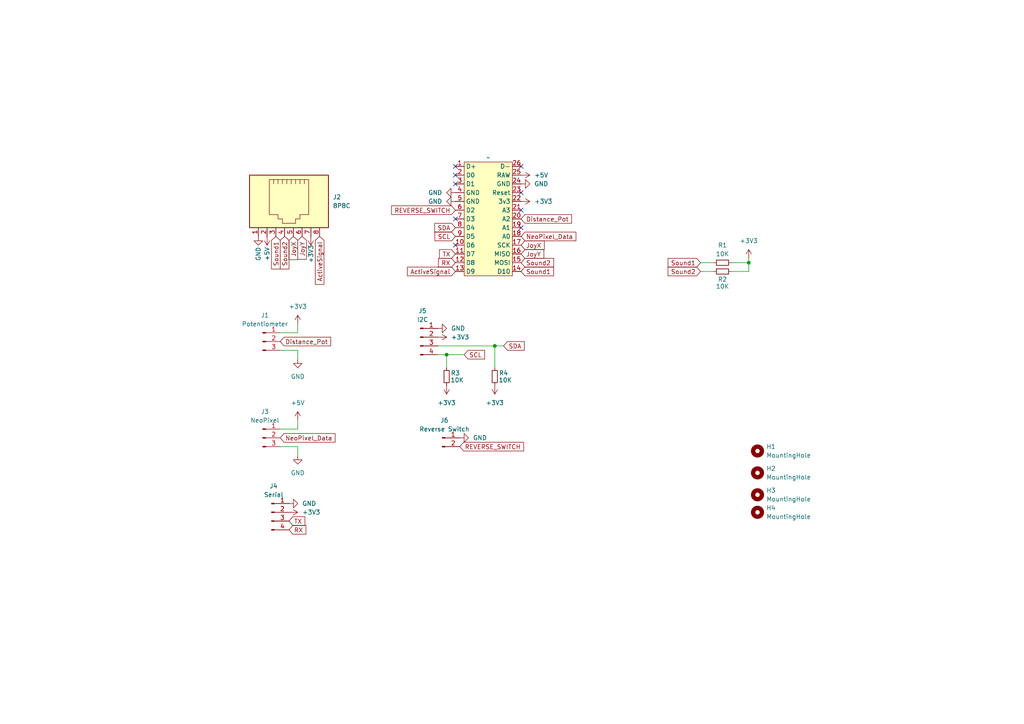
<source format=kicad_sch>
(kicad_sch (version 20231120) (generator "eeschema") (generator_version "8.0")
  (paper "A4")
  (lib_symbols
    (symbol "Adafruit KB2040:KB2040"
      (property "Reference" "U" (at 0 0 0))
      (symbol "KB2040_0_0"
        (pin unspecified line (at 0 0 0) (length 2.54) (name "D+") (number "1"))
        (pin unspecified line (at 0 -22.86 0) (length 2.54) (name "D6") (number "10"))
        (pin unspecified line (at 0 -25.4 0) (length 2.54) (name "D7") (number "11"))
        (pin unspecified line (at 0 -27.94 0) (length 2.54) (name "D8") (number "12"))
        (pin unspecified line (at 0 -30.48 0) (length 2.54) (name "D9") (number "13"))
        (pin unspecified line (at 19.05 -30.48 180) (length 2.54) (name "D10") (number "14"))
        (pin unspecified line (at 19.05 -27.94 180) (length 2.54) (name "MOSI") (number "15"))
        (pin unspecified line (at 19.05 -25.4 180) (length 2.54) (name "MISO") (number "16"))
        (pin unspecified line (at 19.05 -22.86 180) (length 2.54) (name "SCK") (number "17"))
        (pin unspecified line (at 19.05 -20.32 180) (length 2.54) (name "A0") (number "18"))
        (pin unspecified line (at 19.05 -17.78 180) (length 2.54) (name "A1") (number "19"))
        (pin unspecified line (at 0 -2.54 0) (length 2.54) (name "D0") (number "2"))
        (pin unspecified line (at 19.05 -15.24 180) (length 2.54) (name "A2") (number "20"))
        (pin unspecified line (at 19.05 -12.7 180) (length 2.54) (name "A3") (number "21"))
        (pin unspecified line (at 19.05 -10.16 180) (length 2.54) (name "3v3") (number "22"))
        (pin unspecified line (at 19.05 -7.62 180) (length 2.54) (name "Reset") (number "23"))
        (pin unspecified line (at 19.05 -5.08 180) (length 2.54) (name "GND") (number "24"))
        (pin unspecified line (at 19.05 -2.54 180) (length 2.54) (name "RAW") (number "25"))
        (pin unspecified line (at 19.05 0 180) (length 2.54) (name "D-") (number "26"))
        (pin unspecified line (at 0 -5.08 0) (length 2.54) (name "D1") (number "3"))
        (pin unspecified line (at 0 -7.62 0) (length 2.54) (name "GND") (number "4"))
        (pin unspecified line (at 0 -10.16 0) (length 2.54) (name "GND") (number "5"))
        (pin unspecified line (at 0 -12.7 0) (length 2.54) (name "D2") (number "6"))
        (pin unspecified line (at 0 -15.24 0) (length 2.54) (name "D3") (number "7"))
        (pin unspecified line (at 0 -17.78 0) (length 2.54) (name "D4") (number "8"))
        (pin unspecified line (at 0 -20.32 0) (length 2.54) (name "D5") (number "9"))
      )
      (symbol "KB2040_1_1"
        (rectangle (start 2.54 1.27) (end 16.51 -31.75) (fill (type background)))
      )
    )
    (symbol "Connector:8P8C" (pin_names (offset 1.016))
      (property "Reference" "J" (at -5.08 13.97 0))
      (property "Value" "8P8C" (at 2.54 13.97 0))
      (symbol "8P8C_0_1"
        (polyline (pts (xy -5.08 4.445) (xy -6.35 4.445)))
        (polyline (pts (xy -5.08 5.715) (xy -6.35 5.715)))
        (polyline (pts (xy -6.35 -3.175) (xy -5.08 -3.175) (xy -5.08 -3.175)))
        (polyline (pts (xy -6.35 -1.905) (xy -5.08 -1.905) (xy -5.08 -1.905)))
        (polyline (pts (xy -6.35 -0.635) (xy -5.08 -0.635) (xy -5.08 -0.635)))
        (polyline (pts (xy -6.35 0.635) (xy -5.08 0.635) (xy -5.08 0.635)))
        (polyline (pts (xy -6.35 1.905) (xy -5.08 1.905) (xy -5.08 1.905)))
        (polyline (pts (xy -5.08 3.175) (xy -6.35 3.175) (xy -6.35 3.175)))
        (polyline (pts (xy -6.35 -4.445) (xy -6.35 6.985) (xy 3.81 6.985) (xy 3.81 4.445) (xy 5.08 4.445) (xy 5.08 3.175) (xy 6.35 3.175) (xy 6.35 -0.635) (xy 5.08 -0.635) (xy 5.08 -1.905) (xy 3.81 -1.905) (xy 3.81 -4.445) (xy -6.35 -4.445) (xy -6.35 -4.445)))
        (rectangle (start 7.62 12.7) (end -7.62 -10.16) (stroke (width 0.254)) (fill (type background)))
      )
      (symbol "8P8C_1_1"
        (pin passive line (at 10.16 -7.62 180) (length 2.54) (name "~") (number "1"))
        (pin passive line (at 10.16 -5.08 180) (length 2.54) (name "~") (number "2"))
        (pin passive line (at 10.16 -2.54 180) (length 2.54) (name "~") (number "3"))
        (pin passive line (at 10.16 0 180) (length 2.54) (name "~") (number "4"))
        (pin passive line (at 10.16 2.54 180) (length 2.54) (name "~") (number "5"))
        (pin passive line (at 10.16 5.08 180) (length 2.54) (name "~") (number "6"))
        (pin passive line (at 10.16 7.62 180) (length 2.54) (name "~") (number "7"))
        (pin passive line (at 10.16 10.16 180) (length 2.54) (name "~") (number "8"))
      )
    )
    (symbol "Connector:Conn_01x02_Pin" (pin_names (offset 1.016) hide)
      (property "Reference" "J" (at 0 2.54 0))
      (property "Value" "Conn_01x02_Pin" (at 0 -5.08 0))
      (symbol "Conn_01x02_Pin_1_1"
        (polyline (pts (xy 1.27 -2.54) (xy 0.8636 -2.54)) (stroke (width 0.1524)))
        (polyline (pts (xy 1.27 0) (xy 0.8636 0)) (stroke (width 0.1524)))
        (rectangle (start 0.8636 -2.413) (end 0 -2.667) (stroke (width 0.1524)) (fill (type outline)))
        (rectangle (start 0.8636 0.127) (end 0 -0.127) (stroke (width 0.1524)) (fill (type outline)))
        (pin passive line (at 5.08 0 180) (length 3.81) (name "Pin_1") (number "1"))
        (pin passive line (at 5.08 -2.54 180) (length 3.81) (name "Pin_2") (number "2"))
      )
    )
    (symbol "Connector:Conn_01x03_Pin" (pin_names (offset 1.016) hide)
      (property "Reference" "J" (at 0 5.08 0))
      (property "Value" "Conn_01x03_Pin" (at 0 -5.08 0))
      (symbol "Conn_01x03_Pin_1_1"
        (polyline (pts (xy 1.27 -2.54) (xy 0.8636 -2.54)) (stroke (width 0.1524)))
        (polyline (pts (xy 1.27 0) (xy 0.8636 0)) (stroke (width 0.1524)))
        (polyline (pts (xy 1.27 2.54) (xy 0.8636 2.54)) (stroke (width 0.1524)))
        (rectangle (start 0.8636 -2.413) (end 0 -2.667) (stroke (width 0.1524)) (fill (type outline)))
        (rectangle (start 0.8636 0.127) (end 0 -0.127) (stroke (width 0.1524)) (fill (type outline)))
        (rectangle (start 0.8636 2.667) (end 0 2.413) (stroke (width 0.1524)) (fill (type outline)))
        (pin passive line (at 5.08 2.54 180) (length 3.81) (name "Pin_1") (number "1"))
        (pin passive line (at 5.08 0 180) (length 3.81) (name "Pin_2") (number "2"))
        (pin passive line (at 5.08 -2.54 180) (length 3.81) (name "Pin_3") (number "3"))
      )
    )
    (symbol "Connector:Conn_01x04_Pin" (pin_names (offset 1.016) hide)
      (property "Reference" "J" (at 0 5.08 0))
      (property "Value" "Conn_01x04_Pin" (at 0 -7.62 0))
      (symbol "Conn_01x04_Pin_1_1"
        (polyline (pts (xy 1.27 -5.08) (xy 0.8636 -5.08)) (stroke (width 0.1524)))
        (polyline (pts (xy 1.27 -2.54) (xy 0.8636 -2.54)) (stroke (width 0.1524)))
        (polyline (pts (xy 1.27 0) (xy 0.8636 0)) (stroke (width 0.1524)))
        (polyline (pts (xy 1.27 2.54) (xy 0.8636 2.54)) (stroke (width 0.1524)))
        (rectangle (start 0.8636 -4.953) (end 0 -5.207) (stroke (width 0.1524)) (fill (type outline)))
        (rectangle (start 0.8636 -2.413) (end 0 -2.667) (stroke (width 0.1524)) (fill (type outline)))
        (rectangle (start 0.8636 0.127) (end 0 -0.127) (stroke (width 0.1524)) (fill (type outline)))
        (rectangle (start 0.8636 2.667) (end 0 2.413) (stroke (width 0.1524)) (fill (type outline)))
        (pin passive line (at 5.08 2.54 180) (length 3.81) (name "Pin_1") (number "1"))
        (pin passive line (at 5.08 0 180) (length 3.81) (name "Pin_2") (number "2"))
        (pin passive line (at 5.08 -2.54 180) (length 3.81) (name "Pin_3") (number "3"))
        (pin passive line (at 5.08 -5.08 180) (length 3.81) (name "Pin_4") (number "4"))
      )
    )
    (symbol "Device:R_Small" (pin_numbers hide) (pin_names (offset 0.254) hide)
      (property "Reference" "R" (at 0.762 0.508 0))
      (property "Value" "R_Small" (at 0.762 -1.016 0))
      (symbol "R_Small_0_1"
        (rectangle (start -0.762 1.778) (end 0.762 -1.778) (stroke (width 0.2032)))
      )
      (symbol "R_Small_1_1"
        (pin passive line (at 0 2.54 270) (length 0.762) (name "~") (number "1"))
        (pin passive line (at 0 -2.54 90) (length 0.762) (name "~") (number "2"))
      )
    )
    (symbol "Mechanical:MountingHole" (pin_names (offset 1.016)) (exclude_from_sim yes) (in_bom no)
      (property "Reference" "H" (at 0 5.08 0))
      (property "Value" "MountingHole" (at 0 3.175 0))
      (symbol "MountingHole_0_1"
        (circle (center 0 0) (radius 1.27) (stroke (width 1.27)))
      )
    )
    (symbol "power:+3V3" (power) (pin_numbers hide) (pin_names (offset 0) hide)
      (property "Value" "+3V3" (at 0 3.556 0))
      (symbol "+3V3_0_1"
        (polyline (pts (xy -0.762 1.27) (xy 0 2.54)))
        (polyline (pts (xy 0 0) (xy 0 2.54)))
        (polyline (pts (xy 0 2.54) (xy 0.762 1.27)))
      )
      (symbol "+3V3_1_1"
        (pin power_in line (at 0 0 90) (length 0) (name "~") (number "1"))
      )
    )
    (symbol "power:+5V" (power) (pin_numbers hide) (pin_names (offset 0) hide)
      (property "Value" "+5V" (at 0 3.556 0))
      (symbol "+5V_0_1"
        (polyline (pts (xy -0.762 1.27) (xy 0 2.54)))
        (polyline (pts (xy 0 0) (xy 0 2.54)))
        (polyline (pts (xy 0 2.54) (xy 0.762 1.27)))
      )
      (symbol "+5V_1_1"
        (pin power_in line (at 0 0 90) (length 0) (name "~") (number "1"))
      )
    )
    (symbol "power:GND" (power) (pin_numbers hide) (pin_names (offset 0) hide)
      (property "Value" "GND" (at 0 -3.81 0))
      (symbol "GND_0_1"
        (polyline (pts (xy 0 0) (xy 0 -1.27) (xy 1.27 -1.27) (xy 0 -2.54) (xy -1.27 -1.27) (xy 0 -1.27)))
      )
      (symbol "GND_1_1"
        (pin power_in line (at 0 0 270) (length 0) (name "~") (number "1"))
      )
    )
  )
  (junction (at 143.51 100.33))
  (junction (at 129.54 102.87))
  (junction (at 217.17 76.2))
  (no_connect (at 132.08 63.5))
  (no_connect (at 132.08 71.12))
  (no_connect (at 151.13 55.88))
  (no_connect (at 151.13 66.04))
  (no_connect (at 132.08 53.34))
  (no_connect (at 151.13 48.26))
  (no_connect (at 132.08 48.26))
  (no_connect (at 132.08 50.8))
  (no_connect (at 151.13 60.96))
  (wire (pts (xy 127 100.33) (xy 143.51 100.33)))
  (wire (pts (xy 86.36 124.46) (xy 81.28 124.46)))
  (wire (pts (xy 127 102.87) (xy 129.54 102.87)))
  (wire (pts (xy 86.36 96.52) (xy 81.28 96.52)))
  (wire (pts (xy 212.09 76.2) (xy 217.17 76.2)))
  (wire (pts (xy 129.54 102.87) (xy 129.54 106.68)))
  (wire (pts (xy 217.17 76.2) (xy 217.17 74.93)))
  (wire (pts (xy 86.36 121.92) (xy 86.36 124.46)))
  (wire (pts (xy 143.51 100.33) (xy 143.51 106.68)))
  (wire (pts (xy 143.51 100.33) (xy 146.05 100.33)))
  (wire (pts (xy 203.2 76.2) (xy 207.01 76.2)))
  (wire (pts (xy 203.2 78.74) (xy 207.01 78.74)))
  (wire (pts (xy 212.09 78.74) (xy 217.17 78.74)))
  (wire (pts (xy 129.54 102.87) (xy 134.62 102.87)))
  (wire (pts (xy 81.28 101.6) (xy 86.36 101.6)))
  (wire (pts (xy 81.28 129.54) (xy 86.36 129.54)))
  (wire (pts (xy 86.36 93.98) (xy 86.36 96.52)))
  (wire (pts (xy 86.36 129.54) (xy 86.36 132.08)))
  (wire (pts (xy 86.36 101.6) (xy 86.36 104.14)))
  (wire (pts (xy 217.17 78.74) (xy 217.17 76.2)))
  (global_label "NeoPixel_Data" (shape input) (at 81.28 127 0) (property "Intersheetrefs" "${INTERSHEET_REFS}" (effects (hide yes))))
  (global_label "Sound1" (shape input) (at 151.13 78.74 0) (property "Intersheetrefs" "${INTERSHEET_REFS}" (effects (hide yes))))
  (global_label "ActiveSignal" (shape input) (at 92.71 68.58 270) (property "Intersheetrefs" "${INTERSHEET_REFS}" (effects (hide yes))))
  (global_label "Distance_Pot" (shape input) (at 81.28 99.06 0) (property "Intersheetrefs" "${INTERSHEET_REFS}" (effects (hide yes))))
  (global_label "TX" (shape input) (at 83.82 151.13 0) (property "Intersheetrefs" "${INTERSHEET_REFS}" (effects (hide yes))))
  (global_label "JoyX" (shape input) (at 85.09 68.58 270) (property "Intersheetrefs" "${INTERSHEET_REFS}" (effects (hide yes))))
  (global_label "SDA" (shape input) (at 146.05 100.33 0) (property "Intersheetrefs" "${INTERSHEET_REFS}" (effects (hide yes))))
  (global_label "RX" (shape input) (at 83.82 153.67 0) (property "Intersheetrefs" "${INTERSHEET_REFS}" (effects (hide yes))))
  (global_label "Sound2" (shape input) (at 151.13 76.2 0) (property "Intersheetrefs" "${INTERSHEET_REFS}" (effects (hide yes))))
  (global_label "Sound2" (shape input) (at 82.55 68.58 270) (property "Intersheetrefs" "${INTERSHEET_REFS}" (effects (hide yes))))
  (global_label "ActiveSignal" (shape input) (at 132.08 78.74 180) (property "Intersheetrefs" "${INTERSHEET_REFS}" (effects (hide yes))))
  (global_label "SCL" (shape input) (at 132.08 68.58 180) (property "Intersheetrefs" "${INTERSHEET_REFS}" (effects (hide yes))))
  (global_label "RX" (shape input) (at 132.08 76.2 180) (property "Intersheetrefs" "${INTERSHEET_REFS}" (effects (hide yes))))
  (global_label "REVERSE_SWITCH" (shape input) (at 133.35 129.54 0) (property "Intersheetrefs" "${INTERSHEET_REFS}" (effects (hide yes))))
  (global_label "NeoPixel_Data" (shape input) (at 151.13 68.58 0) (property "Intersheetrefs" "${INTERSHEET_REFS}" (effects (hide yes))))
  (global_label "Sound1" (shape input) (at 80.01 68.58 270) (property "Intersheetrefs" "${INTERSHEET_REFS}" (effects (hide yes))))
  (global_label "REVERSE_SWITCH" (shape input) (at 132.08 60.96 180) (property "Intersheetrefs" "${INTERSHEET_REFS}" (effects (hide yes))))
  (global_label "TX" (shape input) (at 132.08 73.66 180) (property "Intersheetrefs" "${INTERSHEET_REFS}" (effects (hide yes))))
  (global_label "Distance_Pot" (shape input) (at 151.13 63.5 0) (property "Intersheetrefs" "${INTERSHEET_REFS}" (effects (hide yes))))
  (global_label "SCL" (shape input) (at 134.62 102.87 0) (property "Intersheetrefs" "${INTERSHEET_REFS}" (effects (hide yes))))
  (global_label "JoyX" (shape input) (at 151.13 71.12 0) (property "Intersheetrefs" "${INTERSHEET_REFS}" (effects (hide yes))))
  (global_label "JoyY" (shape input) (at 151.13 73.66 0) (property "Intersheetrefs" "${INTERSHEET_REFS}" (effects (hide yes))))
  (global_label "Sound2" (shape input) (at 203.2 78.74 180) (property "Intersheetrefs" "${INTERSHEET_REFS}" (effects (hide yes))))
  (global_label "SDA" (shape input) (at 132.08 66.04 180) (property "Intersheetrefs" "${INTERSHEET_REFS}" (effects (hide yes))))
  (global_label "Sound1" (shape input) (at 203.2 76.2 180) (property "Intersheetrefs" "${INTERSHEET_REFS}" (effects (hide yes))))
  (global_label "JoyY" (shape input) (at 87.63 68.58 270) (property "Intersheetrefs" "${INTERSHEET_REFS}" (effects (hide yes))))
  (symbol (lib_id "power:+3V3") (at 151.13 58.42 270) (unit 1)
    (property "Reference" "#PWR019" (effects (hide yes)))
    (property "Value" "+3V3" (at 154.94 58.4199 90) (effects (justify left)))
    (property "Description" "Power symbol creates a global label with name \"+3V3\"" (effects (hide yes)))
  )
  (symbol (lib_id "power:+5V") (at 86.36 121.92 0) (unit 1)
    (property "Reference" "#PWR07" (effects (hide yes)))
    (property "Value" "+5V" (at 86.36 116.84 0))
    (property "Description" "Power symbol creates a global label with name \"+5V\"" (effects (hide yes)))
  )
  (symbol (lib_id "power:GND") (at 86.36 104.14 0) (unit 1)
    (property "Reference" "#PWR06" (effects (hide yes)))
    (property "Value" "GND" (at 86.36 109.22 0))
    (property "Description" "Power symbol creates a global label with name \"GND\" , ground" (effects (hide yes)))
  )
  (symbol (lib_id "power:GND") (at 86.36 132.08 0) (unit 1)
    (property "Reference" "#PWR09" (effects (hide yes)))
    (property "Value" "GND" (at 86.36 137.16 0))
    (property "Description" "Power symbol creates a global label with name \"GND\" , ground" (effects (hide yes)))
  )
  (symbol (lib_id "Device:R_Small") (at 129.54 109.22 180) (unit 1)
    (property "Reference" "R3" (at 132.08 108.204 0))
    (property "Value" "10K" (at 132.588 110.236 0))
    (property "Footprint" "Resistor_THT:R_Axial_DIN0204_L3.6mm_D1.6mm_P7.62mm_Horizontal" (effects (hide yes)))
    (property "Description" "Resistor, small symbol" (effects (hide yes)))
  )
  (symbol (lib_id "Connector:8P8C") (at 82.55 58.42 270) (unit 1)
    (property "Reference" "J2" (at 96.52 57.1499 90) (effects (justify left)))
    (property "Value" "8P8C" (at 96.52 59.6899 90) (effects (justify left)))
    (property "Footprint" "Footprints:RJ45_x08_Tab_Up" (effects (hide yes)))
    (property "Description" "RJ connector, 8P8C (8 positions 8 connected), RJ31/RJ32/RJ33/RJ34/RJ35/RJ41/RJ45/RJ49/RJ61" (effects (hide yes)))
  )
  (symbol (lib_id "power:GND") (at 127 95.25 90) (unit 1)
    (property "Reference" "#PWR014" (effects (hide yes)))
    (property "Value" "GND" (at 130.81 95.2499 90) (effects (justify right)))
    (property "Description" "Power symbol creates a global label with name \"GND\" , ground" (effects (hide yes)))
  )
  (symbol (lib_id "power:GND") (at 83.82 146.05 90) (unit 1)
    (property "Reference" "#PWR011" (effects (hide yes)))
    (property "Value" "GND" (at 87.63 146.0499 90) (effects (justify right)))
    (property "Description" "Power symbol creates a global label with name \"GND\" , ground" (effects (hide yes)))
  )
  (symbol (lib_id "Device:R_Small") (at 209.55 78.74 90) (unit 1)
    (property "Reference" "R2" (at 209.55 81.026 90))
    (property "Value" "10K" (at 209.55 83.058 90))
    (property "Footprint" "Resistor_THT:R_Axial_DIN0204_L3.6mm_D1.6mm_P7.62mm_Horizontal" (effects (hide yes)))
    (property "Description" "Resistor, small symbol" (effects (hide yes)))
  )
  (symbol (lib_id "Adafruit KB2040:KB2040") (at 132.08 48.26 0) (unit 1)
    (property "Reference" "U2" (effects (hide yes)))
    (property "Value" "~" (at 141.605 45.72 0))
    (property "Footprint" "Footprints:Adafruit KB2040" (effects (hide yes)))
  )
  (symbol (lib_id "Connector:Conn_01x04_Pin") (at 121.92 97.79 0) (unit 1)
    (property "Reference" "J5" (at 122.555 90.17 0))
    (property "Value" "I2C" (at 122.555 92.71 0))
    (property "Footprint" "Connector_JST:JST_XH_B4B-XH-A_1x04_P2.50mm_Vertical" (effects (hide yes)))
    (property "Description" "Generic connector, single row, 01x04, script generated" (effects (hide yes)))
  )
  (symbol (lib_id "Connector:Conn_01x02_Pin") (at 128.27 127 0) (unit 1)
    (property "Reference" "J6" (at 128.905 121.92 0))
    (property "Value" "Reverse Switch" (at 128.905 124.46 0))
    (property "Footprint" "Connector_JST:JST_XH_B2B-XH-A_1x02_P2.50mm_Vertical" (effects (hide yes)))
    (property "Description" "Generic connector, single row, 01x02, script generated" (effects (hide yes)))
  )
  (symbol (lib_id "Connector:Conn_01x03_Pin") (at 76.2 99.06 0) (unit 1)
    (property "Reference" "J1" (at 76.835 91.44 0))
    (property "Value" "Potentiometer" (at 76.835 93.98 0))
    (property "Footprint" "Connector_JST:JST_XH_B3B-XH-A_1x03_P2.50mm_Vertical" (effects (hide yes)))
    (property "Description" "Generic connector, single row, 01x03, script generated" (effects (hide yes)))
  )
  (symbol (lib_id "Mechanical:MountingHole") (at 219.71 143.51 0) (unit 1) (exclude_from_sim yes) (in_bom no)
    (property "Reference" "H3" (at 222.25 142.2399 0) (effects (justify left)))
    (property "Value" "MountingHole" (at 222.25 144.7799 0) (effects (justify left)))
    (property "Footprint" "MountingHole:MountingHole_3.2mm_M3" (effects (hide yes)))
    (property "Description" "Mounting Hole without connection" (effects (hide yes)))
  )
  (symbol (lib_id "power:+3V3") (at 129.54 111.76 180) (unit 1)
    (property "Reference" "#PWR016" (effects (hide yes)))
    (property "Value" "+3V3" (at 129.54 116.84 0))
    (property "Description" "Power symbol creates a global label with name \"+3V3\"" (effects (hide yes)))
  )
  (symbol (lib_id "power:GND") (at 132.08 58.42 270) (unit 1)
    (property "Reference" "#PWR022" (effects (hide yes)))
    (property "Value" "GND" (at 128.27 58.4199 90) (effects (justify right)))
    (property "Description" "Power symbol creates a global label with name \"GND\" , ground" (effects (hide yes)))
  )
  (symbol (lib_id "power:+3V3") (at 127 97.79 270) (unit 1)
    (property "Reference" "#PWR015" (effects (hide yes)))
    (property "Value" "+3V3" (at 130.81 97.7899 90) (effects (justify left)))
    (property "Description" "Power symbol creates a global label with name \"+3V3\"" (effects (hide yes)))
  )
  (symbol (lib_id "power:+3V3") (at 217.17 74.93 0) (unit 1)
    (property "Reference" "#PWR010" (effects (hide yes)))
    (property "Value" "+3V3" (at 217.17 69.85 0))
    (property "Description" "Power symbol creates a global label with name \"+3V3\"" (effects (hide yes)))
  )
  (symbol (lib_id "power:+3V3") (at 143.51 111.76 180) (unit 1)
    (property "Reference" "#PWR017" (effects (hide yes)))
    (property "Value" "+3V3" (at 143.51 116.84 0))
    (property "Description" "Power symbol creates a global label with name \"+3V3\"" (effects (hide yes)))
  )
  (symbol (lib_id "power:+3V3") (at 83.82 148.59 270) (unit 1)
    (property "Reference" "#PWR013" (effects (hide yes)))
    (property "Value" "+3V3" (at 87.63 148.5899 90) (effects (justify left)))
    (property "Description" "Power symbol creates a global label with name \"+3V3\"" (effects (hide yes)))
  )
  (symbol (lib_id "power:GND") (at 74.93 68.58 0) (unit 1)
    (property "Reference" "#PWR05" (effects (hide yes)))
    (property "Value" "GND" (at 74.93 73.66 90))
    (property "Description" "Power symbol creates a global label with name \"GND\" , ground" (effects (hide yes)))
  )
  (symbol (lib_id "power:GND") (at 151.13 53.34 90) (unit 1)
    (property "Reference" "#PWR020" (effects (hide yes)))
    (property "Value" "GND" (at 154.94 53.3399 90) (effects (justify right)))
    (property "Description" "Power symbol creates a global label with name \"GND\" , ground" (effects (hide yes)))
  )
  (symbol (lib_id "power:+5V") (at 151.13 50.8 270) (unit 1)
    (property "Reference" "#PWR018" (effects (hide yes)))
    (property "Value" "+5V" (at 154.94 50.7999 90) (effects (justify left)))
    (property "Description" "Power symbol creates a global label with name \"+5V\"" (effects (hide yes)))
  )
  (symbol (lib_id "Device:R_Small") (at 143.51 109.22 180) (unit 1)
    (property "Reference" "R4" (at 146.05 108.204 0))
    (property "Value" "10K" (at 146.558 110.236 0))
    (property "Footprint" "Resistor_THT:R_Axial_DIN0204_L3.6mm_D1.6mm_P7.62mm_Horizontal" (effects (hide yes)))
    (property "Description" "Resistor, small symbol" (effects (hide yes)))
  )
  (symbol (lib_id "Mechanical:MountingHole") (at 219.71 130.81 0) (unit 1) (exclude_from_sim yes) (in_bom no)
    (property "Reference" "H1" (at 222.25 129.5399 0) (effects (justify left)))
    (property "Value" "MountingHole" (at 222.25 132.0799 0) (effects (justify left)))
    (property "Footprint" "MountingHole:MountingHole_3.2mm_M3" (effects (hide yes)))
    (property "Description" "Mounting Hole without connection" (effects (hide yes)))
  )
  (symbol (lib_id "Connector:Conn_01x04_Pin") (at 78.74 148.59 0) (unit 1)
    (property "Reference" "J4" (at 79.375 140.97 0))
    (property "Value" "Serial" (at 79.375 143.51 0))
    (property "Footprint" "Connector_JST:JST_XH_B4B-XH-A_1x04_P2.50mm_Vertical" (effects (hide yes)))
    (property "Description" "Generic connector, single row, 01x04, script generated" (effects (hide yes)))
  )
  (symbol (lib_id "power:GND") (at 133.35 127 90) (unit 1)
    (property "Reference" "#PWR03" (effects (hide yes)))
    (property "Value" "GND" (at 137.16 126.9999 90) (effects (justify right)))
    (property "Description" "Power symbol creates a global label with name \"GND\" , ground" (effects (hide yes)))
  )
  (symbol (lib_id "Device:R_Small") (at 209.55 76.2 90) (unit 1)
    (property "Reference" "R1" (at 209.55 71.12 90))
    (property "Value" "10K" (at 209.55 73.66 90))
    (property "Footprint" "Resistor_THT:R_Axial_DIN0204_L3.6mm_D1.6mm_P7.62mm_Horizontal" (effects (hide yes)))
    (property "Description" "Resistor, small symbol" (effects (hide yes)))
  )
  (symbol (lib_id "power:+3V3") (at 90.17 68.58 180) (unit 1)
    (property "Reference" "#PWR01" (effects (hide yes)))
    (property "Value" "+3V3" (at 90.17 73.66 90))
    (property "Description" "Power symbol creates a global label with name \"+3V3\"" (effects (hide yes)))
  )
  (symbol (lib_id "Mechanical:MountingHole") (at 219.71 148.59 0) (unit 1) (exclude_from_sim yes) (in_bom no)
    (property "Reference" "H4" (at 222.25 147.3199 0) (effects (justify left)))
    (property "Value" "MountingHole" (at 222.25 149.8599 0) (effects (justify left)))
    (property "Footprint" "MountingHole:MountingHole_3.2mm_M3" (effects (hide yes)))
    (property "Description" "Mounting Hole without connection" (effects (hide yes)))
  )
  (symbol (lib_id "Connector:Conn_01x03_Pin") (at 76.2 127 0) (unit 1)
    (property "Reference" "J3" (at 76.835 119.38 0))
    (property "Value" "NeoPixel" (at 76.835 121.92 0))
    (property "Footprint" "Connector_JST:JST_XH_B3B-XH-A_1x03_P2.50mm_Vertical" (effects (hide yes)))
    (property "Description" "Generic connector, single row, 01x03, script generated" (effects (hide yes)))
  )
  (symbol (lib_id "power:GND") (at 132.08 55.88 270) (unit 1)
    (property "Reference" "#PWR021" (effects (hide yes)))
    (property "Value" "GND" (at 128.27 55.8799 90) (effects (justify right)))
    (property "Description" "Power symbol creates a global label with name \"GND\" , ground" (effects (hide yes)))
  )
  (symbol (lib_id "power:+3V3") (at 86.36 93.98 0) (unit 1)
    (property "Reference" "#PWR02" (effects (hide yes)))
    (property "Value" "+3V3" (at 86.36 88.9 0))
    (property "Description" "Power symbol creates a global label with name \"+3V3\"" (effects (hide yes)))
  )
  (symbol (lib_id "power:+5V") (at 77.47 68.58 180) (unit 1)
    (property "Reference" "#PWR04" (effects (hide yes)))
    (property "Value" "+5V" (at 77.47 73.66 90))
    (property "Description" "Power symbol creates a global label with name \"+5V\"" (effects (hide yes)))
  )
  (symbol (lib_id "Mechanical:MountingHole") (at 219.71 137.16 0) (unit 1) (exclude_from_sim yes) (in_bom no)
    (property "Reference" "H2" (at 222.25 135.8899 0) (effects (justify left)))
    (property "Value" "MountingHole" (at 222.25 138.4299 0) (effects (justify left)))
    (property "Footprint" "MountingHole:MountingHole_3.2mm_M3" (effects (hide yes)))
    (property "Description" "Mounting Hole without connection" (effects (hide yes)))
  )
)
</source>
